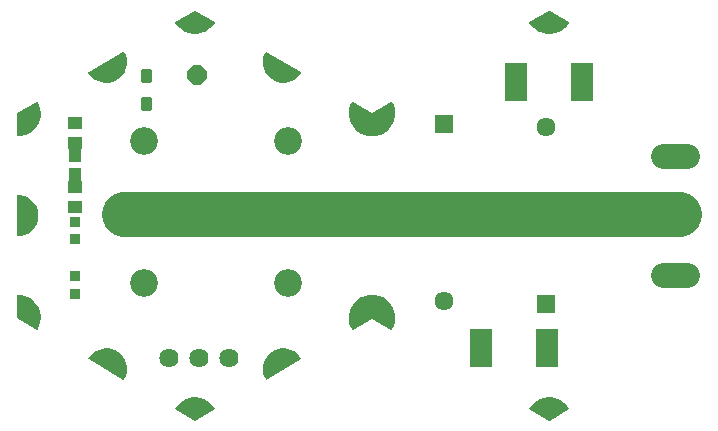
<source format=gbr>
G04 EAGLE Gerber RS-274X export*
G75*
%MOMM*%
%FSLAX34Y34*%
%LPD*%
%INSoldermask Top*%
%IPPOS*%
%AMOC8*
5,1,8,0,0,1.08239X$1,22.5*%
G01*
%ADD10C,3.810000*%
%ADD11C,1.101600*%
%ADD12C,2.351600*%
%ADD13R,1.201600X1.101600*%
%ADD14R,0.901600X0.901600*%
%ADD15P,1.759533X8X112.500000*%
%ADD16C,1.625600*%
%ADD17R,1.101600X1.201600*%
%ADD18R,1.609600X1.609600*%
%ADD19C,1.609600*%
%ADD20R,1.901600X3.301600*%
%ADD21C,2.082800*%
%ADD22C,0.297525*%

G36*
X-786Y154416D02*
X-786Y154416D01*
X-773Y154415D01*
X2277Y154657D01*
X2310Y154667D01*
X2357Y154670D01*
X5328Y155399D01*
X5359Y155413D01*
X5405Y155424D01*
X5468Y155451D01*
X5469Y155451D01*
X6644Y155951D01*
X7820Y156450D01*
X8221Y156620D01*
X8249Y156639D01*
X8292Y156657D01*
X10880Y158290D01*
X10905Y158313D01*
X10945Y158338D01*
X13237Y160364D01*
X13258Y160391D01*
X13293Y160422D01*
X15231Y162790D01*
X15247Y162820D01*
X15277Y162856D01*
X16810Y165504D01*
X16821Y165536D01*
X16845Y165577D01*
X16898Y165716D01*
X16898Y165717D01*
X17658Y167713D01*
X17658Y167714D01*
X17848Y168213D01*
X17933Y168436D01*
X17939Y168470D01*
X17955Y168514D01*
X18571Y171511D01*
X18571Y171545D01*
X18581Y171591D01*
X18708Y174648D01*
X18702Y174681D01*
X18705Y174728D01*
X18339Y177766D01*
X18329Y177798D01*
X18323Y177845D01*
X17476Y180785D01*
X17460Y180815D01*
X17447Y180860D01*
X16139Y183626D01*
X16122Y183649D01*
X16112Y183676D01*
X16063Y183728D01*
X16020Y183785D01*
X15995Y183800D01*
X15975Y183820D01*
X15910Y183849D01*
X15848Y183885D01*
X15820Y183889D01*
X15793Y183900D01*
X15721Y183901D01*
X15651Y183910D01*
X15623Y183903D01*
X15594Y183903D01*
X15500Y183868D01*
X15459Y183857D01*
X15451Y183850D01*
X15438Y183845D01*
X-813Y174489D01*
X-17063Y183845D01*
X-17091Y183854D01*
X-17114Y183871D01*
X-17184Y183885D01*
X-17252Y183908D01*
X-17281Y183906D01*
X-17309Y183912D01*
X-17379Y183898D01*
X-17450Y183892D01*
X-17476Y183879D01*
X-17504Y183874D01*
X-17563Y183834D01*
X-17627Y183801D01*
X-17645Y183778D01*
X-17669Y183762D01*
X-17726Y183680D01*
X-17753Y183647D01*
X-17756Y183637D01*
X-17764Y183626D01*
X-19072Y180860D01*
X-19080Y180827D01*
X-19101Y180785D01*
X-19948Y177845D01*
X-19951Y177811D01*
X-19964Y177766D01*
X-20330Y174728D01*
X-20327Y174694D01*
X-20333Y174648D01*
X-20206Y171591D01*
X-20198Y171558D01*
X-20196Y171511D01*
X-19580Y168514D01*
X-19567Y168482D01*
X-19558Y168436D01*
X-18470Y165577D01*
X-18451Y165548D01*
X-18435Y165504D01*
X-16902Y162856D01*
X-16879Y162831D01*
X-16856Y162790D01*
X-14918Y160422D01*
X-14892Y160401D01*
X-14862Y160364D01*
X-12570Y158338D01*
X-12540Y158321D01*
X-12505Y158290D01*
X-9917Y156657D01*
X-9886Y156645D01*
X-9846Y156620D01*
X-7030Y155424D01*
X-6996Y155417D01*
X-6953Y155399D01*
X-3982Y154670D01*
X-3948Y154669D01*
X-3902Y154657D01*
X-852Y154415D01*
X-824Y154418D01*
X-796Y154414D01*
X-786Y154416D01*
G37*
G36*
X15754Y-9273D02*
X15754Y-9273D01*
X15825Y-9267D01*
X15851Y-9254D01*
X15879Y-9249D01*
X15938Y-9209D01*
X16002Y-9176D01*
X16020Y-9153D01*
X16044Y-9137D01*
X16101Y-9055D01*
X16128Y-9022D01*
X16131Y-9012D01*
X16139Y-9001D01*
X17447Y-6235D01*
X17455Y-6202D01*
X17476Y-6160D01*
X18323Y-3220D01*
X18326Y-3186D01*
X18339Y-3141D01*
X18705Y-103D01*
X18702Y-69D01*
X18708Y-23D01*
X18581Y3034D01*
X18573Y3067D01*
X18571Y3114D01*
X17955Y6111D01*
X17942Y6143D01*
X17933Y6189D01*
X16845Y9048D01*
X16826Y9077D01*
X16810Y9121D01*
X15277Y11769D01*
X15254Y11794D01*
X15231Y11835D01*
X13293Y14203D01*
X13267Y14224D01*
X13237Y14261D01*
X10945Y16287D01*
X10915Y16304D01*
X10880Y16335D01*
X8292Y17968D01*
X8261Y17980D01*
X8221Y18005D01*
X5405Y19201D01*
X5371Y19208D01*
X5328Y19226D01*
X2357Y19955D01*
X2323Y19956D01*
X2277Y19968D01*
X-773Y20210D01*
X-801Y20207D01*
X-829Y20211D01*
X-839Y20209D01*
X-852Y20210D01*
X-3902Y19968D01*
X-3935Y19958D01*
X-3982Y19955D01*
X-6953Y19226D01*
X-6984Y19212D01*
X-7030Y19201D01*
X-7194Y19131D01*
X-8370Y18632D01*
X-9546Y18132D01*
X-9846Y18005D01*
X-9874Y17986D01*
X-9917Y17968D01*
X-12505Y16335D01*
X-12530Y16312D01*
X-12570Y16287D01*
X-14862Y14261D01*
X-14883Y14234D01*
X-14918Y14203D01*
X-16856Y11835D01*
X-16872Y11805D01*
X-16902Y11769D01*
X-18435Y9121D01*
X-18446Y9089D01*
X-18470Y9048D01*
X-19558Y6189D01*
X-19564Y6155D01*
X-19580Y6111D01*
X-20196Y3114D01*
X-20196Y3080D01*
X-20206Y3034D01*
X-20333Y-23D01*
X-20327Y-56D01*
X-20330Y-103D01*
X-19964Y-3141D01*
X-19954Y-3173D01*
X-19948Y-3220D01*
X-19101Y-6160D01*
X-19085Y-6190D01*
X-19072Y-6235D01*
X-17764Y-9001D01*
X-17747Y-9024D01*
X-17737Y-9051D01*
X-17688Y-9103D01*
X-17645Y-9160D01*
X-17620Y-9175D01*
X-17600Y-9195D01*
X-17535Y-9224D01*
X-17473Y-9260D01*
X-17445Y-9264D01*
X-17418Y-9275D01*
X-17346Y-9276D01*
X-17276Y-9285D01*
X-17248Y-9278D01*
X-17219Y-9278D01*
X-17125Y-9243D01*
X-17084Y-9232D01*
X-17076Y-9225D01*
X-17063Y-9220D01*
X-813Y136D01*
X15438Y-9220D01*
X15466Y-9229D01*
X15489Y-9246D01*
X15559Y-9260D01*
X15627Y-9283D01*
X15656Y-9281D01*
X15684Y-9287D01*
X15754Y-9273D01*
G37*
G36*
X-300785Y69816D02*
X-300785Y69816D01*
X-300771Y69815D01*
X-297973Y70047D01*
X-297940Y70057D01*
X-297892Y70060D01*
X-295170Y70750D01*
X-295139Y70765D01*
X-295092Y70776D01*
X-292521Y71904D01*
X-292493Y71924D01*
X-292448Y71943D01*
X-290098Y73479D01*
X-290073Y73504D01*
X-290033Y73530D01*
X-287967Y75431D01*
X-287955Y75448D01*
X-287942Y75457D01*
X-287932Y75473D01*
X-287911Y75492D01*
X-286187Y77708D01*
X-286171Y77739D01*
X-286142Y77777D01*
X-284805Y80246D01*
X-284795Y80279D01*
X-284772Y80322D01*
X-283861Y82977D01*
X-283856Y83012D01*
X-283840Y83057D01*
X-283378Y85826D01*
X-283379Y85861D01*
X-283371Y85909D01*
X-283371Y88716D01*
X-283378Y88750D01*
X-283378Y88799D01*
X-283840Y91568D01*
X-283853Y91600D01*
X-283861Y91648D01*
X-284772Y94303D01*
X-284790Y94333D01*
X-284805Y94379D01*
X-286142Y96848D01*
X-286164Y96875D01*
X-286187Y96917D01*
X-287911Y99133D01*
X-287938Y99156D01*
X-287967Y99194D01*
X-290033Y101095D01*
X-290062Y101113D01*
X-290098Y101146D01*
X-292448Y102682D01*
X-292481Y102694D01*
X-292521Y102721D01*
X-295092Y103849D01*
X-295126Y103856D01*
X-295170Y103875D01*
X-297892Y104565D01*
X-297927Y104566D01*
X-297973Y104578D01*
X-300771Y104810D01*
X-300800Y104807D01*
X-300829Y104811D01*
X-300898Y104795D01*
X-300969Y104787D01*
X-300994Y104772D01*
X-301022Y104765D01*
X-301080Y104723D01*
X-301141Y104688D01*
X-301159Y104665D01*
X-301183Y104648D01*
X-301219Y104587D01*
X-301262Y104530D01*
X-301269Y104502D01*
X-301284Y104477D01*
X-301301Y104378D01*
X-301311Y104337D01*
X-301309Y104326D01*
X-301312Y104313D01*
X-301312Y70313D01*
X-301306Y70284D01*
X-301308Y70255D01*
X-301286Y70187D01*
X-301272Y70118D01*
X-301256Y70094D01*
X-301247Y70066D01*
X-301200Y70012D01*
X-301160Y69954D01*
X-301135Y69938D01*
X-301116Y69916D01*
X-301052Y69885D01*
X-300992Y69847D01*
X-300963Y69842D01*
X-300937Y69829D01*
X-300838Y69821D01*
X-300796Y69814D01*
X-300785Y69816D01*
G37*
G36*
X-211046Y-51573D02*
X-211046Y-51573D01*
X-210976Y-51568D01*
X-210950Y-51554D01*
X-210921Y-51549D01*
X-210862Y-51509D01*
X-210799Y-51476D01*
X-210780Y-51454D01*
X-210756Y-51437D01*
X-210699Y-51356D01*
X-210672Y-51323D01*
X-210669Y-51312D01*
X-210661Y-51301D01*
X-209463Y-48765D01*
X-209454Y-48732D01*
X-209434Y-48688D01*
X-208669Y-45990D01*
X-208666Y-45956D01*
X-208653Y-45909D01*
X-208343Y-43122D01*
X-208345Y-43093D01*
X-208343Y-43083D01*
X-208345Y-43078D01*
X-208340Y-43039D01*
X-208493Y-40239D01*
X-208502Y-40206D01*
X-208504Y-40157D01*
X-209116Y-37420D01*
X-209130Y-37389D01*
X-209140Y-37342D01*
X-210194Y-34743D01*
X-210213Y-34714D01*
X-210231Y-34669D01*
X-211698Y-32279D01*
X-211722Y-32253D01*
X-211747Y-32212D01*
X-213587Y-30096D01*
X-213615Y-30075D01*
X-213646Y-30039D01*
X-215810Y-28254D01*
X-215841Y-28238D01*
X-215878Y-28207D01*
X-218306Y-26804D01*
X-218338Y-26793D01*
X-218380Y-26768D01*
X-221006Y-25783D01*
X-221040Y-25778D01*
X-221085Y-25761D01*
X-223837Y-25221D01*
X-223872Y-25222D01*
X-223919Y-25212D01*
X-226723Y-25133D01*
X-226757Y-25139D01*
X-226805Y-25138D01*
X-229583Y-25521D01*
X-229616Y-25532D01*
X-229664Y-25539D01*
X-232341Y-26374D01*
X-232371Y-26391D01*
X-232417Y-26405D01*
X-234920Y-27670D01*
X-234948Y-27691D01*
X-234991Y-27713D01*
X-237251Y-29373D01*
X-237275Y-29398D01*
X-237314Y-29427D01*
X-239271Y-31436D01*
X-239289Y-31465D01*
X-239323Y-31499D01*
X-240923Y-33803D01*
X-240934Y-33830D01*
X-240953Y-33852D01*
X-240973Y-33920D01*
X-241001Y-33985D01*
X-241001Y-34015D01*
X-241010Y-34043D01*
X-241002Y-34113D01*
X-241002Y-34184D01*
X-240991Y-34211D01*
X-240988Y-34240D01*
X-240953Y-34302D01*
X-240926Y-34368D01*
X-240905Y-34388D01*
X-240891Y-34414D01*
X-240814Y-34477D01*
X-240784Y-34507D01*
X-240773Y-34511D01*
X-240762Y-34520D01*
X-211362Y-51520D01*
X-211335Y-51529D01*
X-211311Y-51546D01*
X-211241Y-51560D01*
X-211174Y-51583D01*
X-211145Y-51581D01*
X-211116Y-51587D01*
X-211046Y-51573D01*
G37*
G36*
X-223919Y199837D02*
X-223919Y199837D01*
X-223885Y199845D01*
X-223837Y199846D01*
X-221085Y200386D01*
X-221053Y200399D01*
X-221006Y200408D01*
X-218380Y201393D01*
X-218351Y201412D01*
X-218306Y201429D01*
X-215878Y202832D01*
X-215852Y202855D01*
X-215810Y202879D01*
X-213646Y204664D01*
X-213625Y204691D01*
X-213587Y204721D01*
X-211747Y206837D01*
X-211730Y206868D01*
X-211698Y206904D01*
X-210231Y209294D01*
X-210219Y209327D01*
X-210194Y209368D01*
X-209140Y211967D01*
X-209134Y212001D01*
X-209116Y212045D01*
X-208504Y214782D01*
X-208503Y214817D01*
X-208493Y214864D01*
X-208340Y217664D01*
X-208345Y217699D01*
X-208343Y217747D01*
X-208653Y220534D01*
X-208663Y220567D01*
X-208669Y220615D01*
X-209434Y223313D01*
X-209450Y223344D01*
X-209463Y223390D01*
X-210661Y225926D01*
X-210679Y225949D01*
X-210689Y225977D01*
X-210738Y226028D01*
X-210780Y226085D01*
X-210805Y226100D01*
X-210825Y226121D01*
X-210891Y226149D01*
X-210952Y226185D01*
X-210981Y226189D01*
X-211008Y226201D01*
X-211079Y226201D01*
X-211149Y226210D01*
X-211177Y226203D01*
X-211207Y226203D01*
X-211299Y226168D01*
X-211341Y226157D01*
X-211350Y226150D01*
X-211362Y226145D01*
X-240762Y209145D01*
X-240784Y209125D01*
X-240811Y209113D01*
X-240858Y209060D01*
X-240911Y209013D01*
X-240924Y208987D01*
X-240943Y208965D01*
X-240966Y208897D01*
X-240997Y208833D01*
X-240998Y208804D01*
X-241008Y208777D01*
X-241003Y208706D01*
X-241006Y208635D01*
X-240995Y208607D01*
X-240993Y208578D01*
X-240951Y208488D01*
X-240936Y208448D01*
X-240929Y208440D01*
X-240923Y208428D01*
X-239323Y206124D01*
X-239298Y206100D01*
X-239271Y206061D01*
X-237314Y204052D01*
X-237285Y204032D01*
X-237251Y203998D01*
X-234991Y202338D01*
X-234959Y202324D01*
X-234920Y202295D01*
X-232417Y201030D01*
X-232384Y201021D01*
X-232341Y200999D01*
X-229664Y200164D01*
X-229629Y200160D01*
X-229583Y200146D01*
X-226805Y199763D01*
X-226770Y199765D01*
X-226723Y199758D01*
X-223919Y199837D01*
G37*
G36*
X-90448Y-51578D02*
X-90448Y-51578D01*
X-90418Y-51578D01*
X-90326Y-51543D01*
X-90284Y-51532D01*
X-90276Y-51525D01*
X-90263Y-51520D01*
X-60863Y-34520D01*
X-60841Y-34500D01*
X-60814Y-34488D01*
X-60767Y-34435D01*
X-60714Y-34388D01*
X-60701Y-34362D01*
X-60682Y-34340D01*
X-60659Y-34272D01*
X-60628Y-34208D01*
X-60627Y-34179D01*
X-60617Y-34152D01*
X-60622Y-34081D01*
X-60619Y-34010D01*
X-60630Y-33982D01*
X-60632Y-33953D01*
X-60674Y-33863D01*
X-60689Y-33823D01*
X-60697Y-33815D01*
X-60702Y-33803D01*
X-62302Y-31499D01*
X-62327Y-31475D01*
X-62354Y-31436D01*
X-64311Y-29427D01*
X-64340Y-29407D01*
X-64374Y-29373D01*
X-66634Y-27713D01*
X-66666Y-27699D01*
X-66705Y-27670D01*
X-69208Y-26405D01*
X-69241Y-26396D01*
X-69284Y-26374D01*
X-71961Y-25539D01*
X-71996Y-25535D01*
X-72042Y-25521D01*
X-74820Y-25138D01*
X-74855Y-25140D01*
X-74902Y-25133D01*
X-77706Y-25212D01*
X-77740Y-25220D01*
X-77788Y-25221D01*
X-80540Y-25761D01*
X-80572Y-25774D01*
X-80619Y-25783D01*
X-83245Y-26768D01*
X-83274Y-26787D01*
X-83319Y-26804D01*
X-85747Y-28207D01*
X-85773Y-28230D01*
X-85815Y-28254D01*
X-87979Y-30039D01*
X-88000Y-30066D01*
X-88038Y-30096D01*
X-89878Y-32212D01*
X-89895Y-32243D01*
X-89927Y-32279D01*
X-91394Y-34669D01*
X-91406Y-34702D01*
X-91431Y-34743D01*
X-92485Y-37342D01*
X-92491Y-37376D01*
X-92509Y-37420D01*
X-93121Y-40157D01*
X-93122Y-40192D01*
X-93132Y-40239D01*
X-93285Y-43039D01*
X-93280Y-43074D01*
X-93283Y-43122D01*
X-92972Y-45909D01*
X-92962Y-45942D01*
X-92956Y-45990D01*
X-92191Y-48688D01*
X-92176Y-48719D01*
X-92162Y-48765D01*
X-90964Y-51301D01*
X-90946Y-51324D01*
X-90936Y-51352D01*
X-90887Y-51403D01*
X-90845Y-51460D01*
X-90820Y-51475D01*
X-90800Y-51496D01*
X-90734Y-51524D01*
X-90673Y-51560D01*
X-90644Y-51564D01*
X-90617Y-51576D01*
X-90546Y-51576D01*
X-90476Y-51585D01*
X-90448Y-51578D01*
G37*
G36*
X-74868Y199764D02*
X-74868Y199764D01*
X-74820Y199763D01*
X-72042Y200146D01*
X-72009Y200157D01*
X-71961Y200164D01*
X-69284Y200999D01*
X-69254Y201016D01*
X-69208Y201030D01*
X-66705Y202295D01*
X-66677Y202316D01*
X-66634Y202338D01*
X-64374Y203998D01*
X-64350Y204023D01*
X-64311Y204052D01*
X-62354Y206061D01*
X-62336Y206090D01*
X-62302Y206124D01*
X-60702Y208428D01*
X-60691Y208455D01*
X-60672Y208477D01*
X-60652Y208545D01*
X-60624Y208610D01*
X-60624Y208640D01*
X-60615Y208668D01*
X-60623Y208738D01*
X-60623Y208809D01*
X-60634Y208836D01*
X-60637Y208865D01*
X-60672Y208927D01*
X-60699Y208993D01*
X-60720Y209013D01*
X-60734Y209039D01*
X-60811Y209102D01*
X-60841Y209132D01*
X-60852Y209136D01*
X-60863Y209145D01*
X-90263Y226145D01*
X-90290Y226154D01*
X-90314Y226171D01*
X-90384Y226185D01*
X-90451Y226208D01*
X-90480Y226206D01*
X-90509Y226212D01*
X-90579Y226198D01*
X-90649Y226193D01*
X-90675Y226179D01*
X-90704Y226174D01*
X-90763Y226134D01*
X-90826Y226101D01*
X-90845Y226079D01*
X-90869Y226062D01*
X-90926Y225981D01*
X-90953Y225948D01*
X-90956Y225937D01*
X-90964Y225926D01*
X-92162Y223390D01*
X-92171Y223357D01*
X-92191Y223313D01*
X-92956Y220615D01*
X-92959Y220581D01*
X-92972Y220534D01*
X-93283Y217747D01*
X-93280Y217719D01*
X-93281Y217714D01*
X-93280Y217709D01*
X-93285Y217664D01*
X-93132Y214864D01*
X-93123Y214831D01*
X-93121Y214782D01*
X-92509Y212045D01*
X-92495Y212014D01*
X-92485Y211967D01*
X-91431Y209368D01*
X-91412Y209339D01*
X-91394Y209294D01*
X-89927Y206904D01*
X-89903Y206878D01*
X-89878Y206837D01*
X-88038Y204721D01*
X-88010Y204700D01*
X-87979Y204664D01*
X-85815Y202879D01*
X-85784Y202863D01*
X-85747Y202832D01*
X-83319Y201429D01*
X-83287Y201418D01*
X-83245Y201393D01*
X-80619Y200408D01*
X-80585Y200403D01*
X-80540Y200386D01*
X-77788Y199846D01*
X-77753Y199847D01*
X-77706Y199837D01*
X-74902Y199758D01*
X-74868Y199764D01*
G37*
G36*
X-300804Y154377D02*
X-300804Y154377D01*
X-300791Y154375D01*
X-297734Y154622D01*
X-297702Y154632D01*
X-297655Y154635D01*
X-294678Y155369D01*
X-294647Y155383D01*
X-294602Y155394D01*
X-291781Y156596D01*
X-291753Y156615D01*
X-291710Y156633D01*
X-289118Y158272D01*
X-289094Y158296D01*
X-289054Y158321D01*
X-286759Y160354D01*
X-286739Y160381D01*
X-286703Y160412D01*
X-284764Y162787D01*
X-284748Y162817D01*
X-284719Y162853D01*
X-283185Y165508D01*
X-283175Y165541D01*
X-283151Y165581D01*
X-282064Y168448D01*
X-282058Y168481D01*
X-282041Y168525D01*
X-281428Y171529D01*
X-281428Y171563D01*
X-281418Y171609D01*
X-281295Y174673D01*
X-281300Y174706D01*
X-281298Y174753D01*
X-281668Y177797D01*
X-281678Y177829D01*
X-281684Y177876D01*
X-282537Y180821D01*
X-282553Y180851D01*
X-282565Y180896D01*
X-283880Y183666D01*
X-283897Y183689D01*
X-283907Y183716D01*
X-283956Y183768D01*
X-283999Y183825D01*
X-284024Y183840D01*
X-284044Y183861D01*
X-284109Y183889D01*
X-284171Y183925D01*
X-284200Y183929D01*
X-284226Y183940D01*
X-284298Y183941D01*
X-284368Y183950D01*
X-284396Y183942D01*
X-284425Y183942D01*
X-284519Y183907D01*
X-284560Y183896D01*
X-284568Y183889D01*
X-284581Y183884D01*
X-301058Y174345D01*
X-301116Y174293D01*
X-301178Y174248D01*
X-301190Y174228D01*
X-301207Y174213D01*
X-301240Y174143D01*
X-301279Y174077D01*
X-301284Y174052D01*
X-301293Y174033D01*
X-301295Y173989D01*
X-301307Y173913D01*
X-301330Y154874D01*
X-301324Y154845D01*
X-301327Y154816D01*
X-301305Y154749D01*
X-301291Y154679D01*
X-301274Y154655D01*
X-301265Y154627D01*
X-301219Y154573D01*
X-301178Y154515D01*
X-301154Y154499D01*
X-301135Y154477D01*
X-301071Y154446D01*
X-301011Y154407D01*
X-300982Y154403D01*
X-300956Y154390D01*
X-300857Y154381D01*
X-300815Y154374D01*
X-300804Y154377D01*
G37*
G36*
X-284265Y-9313D02*
X-284265Y-9313D01*
X-284194Y-9307D01*
X-284169Y-9294D01*
X-284140Y-9288D01*
X-284081Y-9248D01*
X-284018Y-9216D01*
X-283999Y-9193D01*
X-283975Y-9177D01*
X-283918Y-9095D01*
X-283891Y-9063D01*
X-283888Y-9052D01*
X-283880Y-9041D01*
X-282565Y-6271D01*
X-282557Y-6238D01*
X-282537Y-6196D01*
X-281684Y-3251D01*
X-281681Y-3217D01*
X-281668Y-3172D01*
X-281298Y-128D01*
X-281301Y-94D01*
X-281295Y-48D01*
X-281418Y3016D01*
X-281426Y3049D01*
X-281428Y3096D01*
X-282041Y6100D01*
X-282055Y6131D01*
X-282064Y6177D01*
X-283151Y9044D01*
X-283169Y9073D01*
X-283185Y9117D01*
X-284719Y11772D01*
X-284741Y11798D01*
X-284764Y11838D01*
X-286703Y14213D01*
X-286730Y14235D01*
X-286759Y14271D01*
X-289054Y16305D01*
X-289083Y16321D01*
X-289118Y16353D01*
X-291710Y17992D01*
X-291742Y18004D01*
X-291781Y18029D01*
X-294602Y19231D01*
X-294635Y19238D01*
X-294678Y19256D01*
X-297655Y19990D01*
X-297689Y19991D01*
X-297734Y20003D01*
X-300791Y20250D01*
X-300819Y20246D01*
X-300848Y20251D01*
X-300917Y20234D01*
X-300988Y20226D01*
X-301013Y20211D01*
X-301041Y20205D01*
X-301099Y20162D01*
X-301161Y20127D01*
X-301178Y20104D01*
X-301201Y20087D01*
X-301238Y20025D01*
X-301281Y19968D01*
X-301288Y19940D01*
X-301303Y19915D01*
X-301319Y19817D01*
X-301330Y19776D01*
X-301328Y19765D01*
X-301330Y19751D01*
X-301307Y712D01*
X-301292Y637D01*
X-301284Y560D01*
X-301272Y540D01*
X-301268Y517D01*
X-301224Y454D01*
X-301186Y387D01*
X-301166Y370D01*
X-301155Y353D01*
X-301117Y329D01*
X-301058Y280D01*
X-284581Y-9259D01*
X-284554Y-9268D01*
X-284530Y-9285D01*
X-284460Y-9300D01*
X-284393Y-9322D01*
X-284364Y-9320D01*
X-284335Y-9326D01*
X-284265Y-9313D01*
G37*
G36*
X149204Y-86377D02*
X149204Y-86377D01*
X149281Y-86378D01*
X149305Y-86369D01*
X149325Y-86367D01*
X149365Y-86347D01*
X149437Y-86320D01*
X165937Y-76820D01*
X165958Y-76801D01*
X165985Y-76789D01*
X166019Y-76751D01*
X166022Y-76749D01*
X166024Y-76745D01*
X166032Y-76736D01*
X166086Y-76689D01*
X166098Y-76663D01*
X166118Y-76641D01*
X166141Y-76574D01*
X166172Y-76509D01*
X166173Y-76480D01*
X166182Y-76453D01*
X166178Y-76382D01*
X166181Y-76311D01*
X166171Y-76284D01*
X166169Y-76255D01*
X166126Y-76164D01*
X166112Y-76124D01*
X166104Y-76116D01*
X166098Y-76104D01*
X164357Y-73580D01*
X164332Y-73557D01*
X164306Y-73518D01*
X162182Y-71307D01*
X162154Y-71288D01*
X162122Y-71254D01*
X159670Y-69412D01*
X159640Y-69397D01*
X159602Y-69369D01*
X156887Y-67944D01*
X156855Y-67934D01*
X156814Y-67912D01*
X153905Y-66941D01*
X153879Y-66938D01*
X153870Y-66937D01*
X153827Y-66922D01*
X150801Y-66430D01*
X150767Y-66432D01*
X150721Y-66424D01*
X147654Y-66424D01*
X147621Y-66431D01*
X147574Y-66430D01*
X144548Y-66922D01*
X144516Y-66934D01*
X144470Y-66941D01*
X141561Y-67912D01*
X141532Y-67929D01*
X141488Y-67944D01*
X138773Y-69369D01*
X138746Y-69390D01*
X138705Y-69412D01*
X136253Y-71254D01*
X136231Y-71279D01*
X136193Y-71307D01*
X134069Y-73518D01*
X134051Y-73547D01*
X134018Y-73580D01*
X132277Y-76104D01*
X132265Y-76131D01*
X132247Y-76153D01*
X132227Y-76221D01*
X132199Y-76287D01*
X132198Y-76316D01*
X132190Y-76343D01*
X132198Y-76415D01*
X132198Y-76486D01*
X132209Y-76512D01*
X132212Y-76541D01*
X132248Y-76603D01*
X132275Y-76669D01*
X132296Y-76689D01*
X132310Y-76714D01*
X132373Y-76766D01*
X132377Y-76772D01*
X132387Y-76777D01*
X132387Y-76778D01*
X132418Y-76808D01*
X132428Y-76812D01*
X132438Y-76820D01*
X148938Y-86320D01*
X149011Y-86344D01*
X149082Y-86375D01*
X149105Y-86376D01*
X149127Y-86383D01*
X149204Y-86377D01*
G37*
G36*
X-150796Y-86377D02*
X-150796Y-86377D01*
X-150719Y-86378D01*
X-150695Y-86369D01*
X-150675Y-86367D01*
X-150635Y-86347D01*
X-150563Y-86320D01*
X-134063Y-76820D01*
X-134042Y-76801D01*
X-134015Y-76789D01*
X-133981Y-76751D01*
X-133978Y-76749D01*
X-133976Y-76745D01*
X-133968Y-76736D01*
X-133914Y-76689D01*
X-133902Y-76663D01*
X-133882Y-76641D01*
X-133859Y-76574D01*
X-133828Y-76509D01*
X-133827Y-76480D01*
X-133818Y-76453D01*
X-133822Y-76382D01*
X-133819Y-76311D01*
X-133829Y-76284D01*
X-133831Y-76255D01*
X-133874Y-76164D01*
X-133888Y-76124D01*
X-133896Y-76116D01*
X-133902Y-76104D01*
X-135643Y-73580D01*
X-135668Y-73557D01*
X-135694Y-73518D01*
X-137818Y-71307D01*
X-137846Y-71288D01*
X-137878Y-71254D01*
X-140330Y-69412D01*
X-140360Y-69397D01*
X-140398Y-69369D01*
X-143113Y-67944D01*
X-143145Y-67934D01*
X-143186Y-67912D01*
X-146095Y-66941D01*
X-146121Y-66938D01*
X-146131Y-66937D01*
X-146173Y-66922D01*
X-149199Y-66430D01*
X-149233Y-66432D01*
X-149279Y-66424D01*
X-152346Y-66424D01*
X-152379Y-66431D01*
X-152426Y-66430D01*
X-155452Y-66922D01*
X-155484Y-66934D01*
X-155530Y-66941D01*
X-158439Y-67912D01*
X-158468Y-67929D01*
X-158512Y-67944D01*
X-161227Y-69369D01*
X-161254Y-69390D01*
X-161295Y-69412D01*
X-163747Y-71254D01*
X-163769Y-71279D01*
X-163807Y-71307D01*
X-165931Y-73518D01*
X-165949Y-73547D01*
X-165982Y-73580D01*
X-167723Y-76104D01*
X-167735Y-76131D01*
X-167753Y-76153D01*
X-167774Y-76221D01*
X-167801Y-76287D01*
X-167802Y-76316D01*
X-167810Y-76343D01*
X-167802Y-76415D01*
X-167802Y-76486D01*
X-167791Y-76512D01*
X-167788Y-76541D01*
X-167753Y-76603D01*
X-167725Y-76669D01*
X-167704Y-76689D01*
X-167690Y-76714D01*
X-167627Y-76766D01*
X-167623Y-76772D01*
X-167613Y-76777D01*
X-167613Y-76778D01*
X-167582Y-76808D01*
X-167572Y-76812D01*
X-167562Y-76820D01*
X-151062Y-86320D01*
X-150989Y-86344D01*
X-150918Y-86375D01*
X-150895Y-86376D01*
X-150873Y-86383D01*
X-150796Y-86377D01*
G37*
G36*
X-149246Y241056D02*
X-149246Y241056D01*
X-149199Y241055D01*
X-146173Y241547D01*
X-146141Y241559D01*
X-146095Y241566D01*
X-143186Y242537D01*
X-143157Y242554D01*
X-143113Y242569D01*
X-140398Y243994D01*
X-140371Y244015D01*
X-140330Y244037D01*
X-137878Y245879D01*
X-137856Y245904D01*
X-137818Y245932D01*
X-135694Y248143D01*
X-135676Y248172D01*
X-135643Y248205D01*
X-133902Y250729D01*
X-133890Y250756D01*
X-133872Y250778D01*
X-133852Y250846D01*
X-133824Y250912D01*
X-133823Y250941D01*
X-133815Y250968D01*
X-133823Y251040D01*
X-133823Y251111D01*
X-133834Y251137D01*
X-133837Y251166D01*
X-133873Y251228D01*
X-133900Y251294D01*
X-133921Y251314D01*
X-133935Y251339D01*
X-134012Y251403D01*
X-134043Y251433D01*
X-134053Y251437D01*
X-134063Y251445D01*
X-150563Y260945D01*
X-150636Y260969D01*
X-150707Y261000D01*
X-150730Y261001D01*
X-150752Y261008D01*
X-150829Y261002D01*
X-150906Y261003D01*
X-150930Y260994D01*
X-150950Y260992D01*
X-150990Y260972D01*
X-151062Y260945D01*
X-167562Y251445D01*
X-167583Y251426D01*
X-167610Y251414D01*
X-167657Y251361D01*
X-167711Y251314D01*
X-167723Y251288D01*
X-167743Y251266D01*
X-167766Y251199D01*
X-167797Y251134D01*
X-167798Y251105D01*
X-167807Y251078D01*
X-167803Y251007D01*
X-167806Y250936D01*
X-167796Y250909D01*
X-167794Y250880D01*
X-167751Y250789D01*
X-167737Y250749D01*
X-167729Y250741D01*
X-167723Y250729D01*
X-165982Y248205D01*
X-165957Y248182D01*
X-165931Y248143D01*
X-163807Y245932D01*
X-163779Y245913D01*
X-163747Y245879D01*
X-161295Y244037D01*
X-161265Y244022D01*
X-161227Y243994D01*
X-158512Y242569D01*
X-158480Y242559D01*
X-158439Y242537D01*
X-155530Y241566D01*
X-155496Y241562D01*
X-155452Y241547D01*
X-152426Y241055D01*
X-152392Y241057D01*
X-152346Y241049D01*
X-149279Y241049D01*
X-149246Y241056D01*
G37*
G36*
X150754Y241056D02*
X150754Y241056D01*
X150801Y241055D01*
X153827Y241547D01*
X153859Y241559D01*
X153905Y241566D01*
X156814Y242537D01*
X156843Y242554D01*
X156887Y242569D01*
X159602Y243994D01*
X159629Y244015D01*
X159670Y244037D01*
X162122Y245879D01*
X162144Y245904D01*
X162182Y245932D01*
X164306Y248143D01*
X164324Y248172D01*
X164357Y248205D01*
X166098Y250729D01*
X166110Y250756D01*
X166128Y250778D01*
X166149Y250846D01*
X166176Y250912D01*
X166177Y250941D01*
X166185Y250968D01*
X166177Y251040D01*
X166177Y251111D01*
X166166Y251137D01*
X166163Y251166D01*
X166128Y251228D01*
X166100Y251294D01*
X166079Y251314D01*
X166065Y251339D01*
X165988Y251403D01*
X165957Y251433D01*
X165947Y251437D01*
X165937Y251445D01*
X149437Y260945D01*
X149364Y260969D01*
X149293Y261000D01*
X149270Y261001D01*
X149248Y261008D01*
X149171Y261002D01*
X149094Y261003D01*
X149070Y260994D01*
X149050Y260992D01*
X149010Y260972D01*
X148938Y260945D01*
X132438Y251445D01*
X132417Y251426D01*
X132390Y251414D01*
X132343Y251361D01*
X132289Y251314D01*
X132277Y251288D01*
X132257Y251266D01*
X132234Y251199D01*
X132203Y251134D01*
X132202Y251105D01*
X132193Y251078D01*
X132197Y251007D01*
X132194Y250936D01*
X132204Y250909D01*
X132206Y250880D01*
X132249Y250789D01*
X132263Y250749D01*
X132271Y250741D01*
X132277Y250729D01*
X134018Y248205D01*
X134043Y248182D01*
X134069Y248143D01*
X136193Y245932D01*
X136221Y245913D01*
X136253Y245879D01*
X138705Y244037D01*
X138735Y244022D01*
X138773Y243994D01*
X141488Y242569D01*
X141520Y242559D01*
X141561Y242537D01*
X144470Y241566D01*
X144504Y241562D01*
X144548Y241547D01*
X147574Y241055D01*
X147608Y241057D01*
X147654Y241049D01*
X150721Y241049D01*
X150754Y241056D01*
G37*
D10*
X258763Y88900D02*
X-211138Y88900D01*
D11*
X-150813Y252513D03*
X-93Y164833D03*
X-93Y9793D03*
X-150813Y-77888D03*
X-222313Y211213D03*
X-79313Y211213D03*
X-79313Y-36588D03*
X-222313Y-36588D03*
X149188Y252513D03*
X149188Y-77888D03*
X-293880Y169913D03*
X-293880Y4713D03*
X-293913Y87313D03*
D12*
X-213675Y90163D03*
X-193675Y30163D03*
X-71675Y30163D03*
X-71675Y150163D03*
X-193675Y150163D03*
D13*
X-252413Y111688D03*
X-252413Y94688D03*
D14*
X-252413Y67113D03*
X-252413Y82113D03*
X-252413Y21075D03*
X-252413Y36075D03*
D15*
X-149225Y206375D03*
D16*
X-173038Y-33338D03*
X-147638Y-33338D03*
X-122238Y-33338D03*
D13*
X-252413Y148663D03*
X-252413Y165663D03*
D17*
X-252413Y138675D03*
X-252413Y121675D03*
D18*
X146050Y12700D03*
D19*
X146050Y162700D03*
D20*
X177225Y200025D03*
X121225Y200025D03*
D18*
X60325Y165100D03*
D19*
X60325Y15100D03*
D20*
X147488Y-24549D03*
X91488Y-24549D03*
D21*
X245682Y37275D02*
X265494Y37275D01*
X265494Y87313D02*
X245682Y87313D01*
X245682Y137351D02*
X265494Y137351D01*
D22*
X-189067Y177654D02*
X-189067Y185696D01*
X-189067Y177654D02*
X-195109Y177654D01*
X-195109Y185696D01*
X-189067Y185696D01*
X-189067Y180480D02*
X-195109Y180480D01*
X-195109Y183306D02*
X-189067Y183306D01*
X-189067Y201654D02*
X-189067Y209696D01*
X-189067Y201654D02*
X-195109Y201654D01*
X-195109Y209696D01*
X-189067Y209696D01*
X-189067Y204480D02*
X-195109Y204480D01*
X-195109Y207306D02*
X-189067Y207306D01*
M02*

</source>
